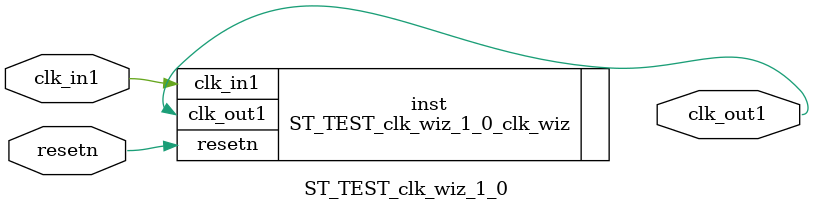
<source format=v>


`timescale 1ps/1ps

(* CORE_GENERATION_INFO = "ST_TEST_clk_wiz_1_0,clk_wiz_v6_0_3_0_0,{component_name=ST_TEST_clk_wiz_1_0,use_phase_alignment=true,use_min_o_jitter=false,use_max_i_jitter=false,use_dyn_phase_shift=false,use_inclk_switchover=false,use_dyn_reconfig=false,enable_axi=0,feedback_source=FDBK_AUTO,PRIMITIVE=MMCM,num_out_clk=1,clkin1_period=10.000,clkin2_period=10.000,use_power_down=false,use_reset=true,use_locked=false,use_inclk_stopped=false,feedback_type=SINGLE,CLOCK_MGR_TYPE=NA,manual_override=false}" *)

module ST_TEST_clk_wiz_1_0 
 (
  // Clock out ports
  output        clk_out1,
  // Status and control signals
  input         resetn,
 // Clock in ports
  input         clk_in1
 );

  ST_TEST_clk_wiz_1_0_clk_wiz inst
  (
  // Clock out ports  
  .clk_out1(clk_out1),
  // Status and control signals               
  .resetn(resetn), 
 // Clock in ports
  .clk_in1(clk_in1)
  );

endmodule

</source>
